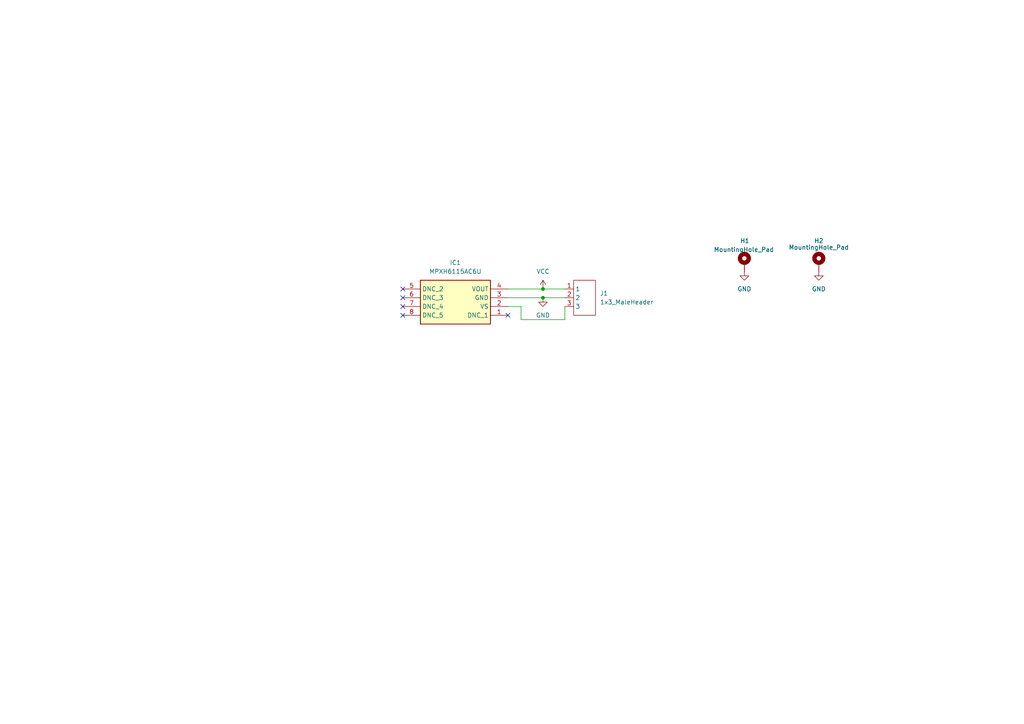
<source format=kicad_sch>
(kicad_sch (version 20230121) (generator eeschema)
  (paper "A4")
  (lib_symbols
    (symbol "MasterThesis_library:1x3_MaleHeader"
      (property "Reference" "J" (at 2.54 3.81 0))
      (property "Value" "1x3_MaleHeader" (at 6.35 -8.89 0))
      (symbol "1x3_MaleHeader_0_1"
        (rectangle (start 2.54 2.54) (end 8.89 -7.62))
      )
      (symbol "1x3_MaleHeader_1_1"
        (pin bidirectional line (at 0 0 0) (length 2.54) (name "1") (number "1"))
        (pin bidirectional line (at 0 -2.54 0) (length 2.54) (name "2") (number "2"))
        (pin bidirectional line (at 0 -5.08 0) (length 2.54) (name "3") (number "3"))
      )
    )
    (symbol "MasterThesis_library:MPXH6115AC6U"
      (property "Reference" "IC" (at 7.62 7.62 0))
      (property "Value" "MPXH6115AC6U" (at 7.62 5.08 0))
      (symbol "MPXH6115AC6U_1_1"
        (rectangle (start 5.08 2.54) (end 25.4 -10.16) (stroke (width 0.254)) (fill (type background)))
        (pin passive line (at 30.48 -7.62 180) (length 5.08) (name "DNC_1") (number "1"))
        (pin passive line (at 30.48 -5.08 180) (length 5.08) (name "VS") (number "2"))
        (pin passive line (at 30.48 -2.54 180) (length 5.08) (name "GND") (number "3"))
        (pin passive line (at 30.48 0 180) (length 5.08) (name "VOUT") (number "4"))
        (pin passive line (at 0 0 0) (length 5.08) (name "DNC_2") (number "5"))
        (pin passive line (at 0 -2.54 0) (length 5.08) (name "DNC_3") (number "6"))
        (pin passive line (at 0 -5.08 0) (length 5.08) (name "DNC_4") (number "7"))
        (pin passive line (at 0 -7.62 0) (length 5.08) (name "DNC_5") (number "8"))
      )
    )
    (symbol "Mechanical:MountingHole_Pad" (pin_numbers hide) (pin_names (offset 1.016) hide)
      (property "Reference" "H" (at 0 6.35 0))
      (property "Value" "MountingHole_Pad" (at 0 4.445 0))
      (symbol "MountingHole_Pad_0_1"
        (circle (center 0 1.27) (radius 1.27) (stroke (width 1.27)))
      )
      (symbol "MountingHole_Pad_1_1"
        (pin input line (at 0 -2.54 90) (length 2.54) (name "1") (number "1"))
      )
    )
    (symbol "power:GND" (power) (pin_names (offset 0))
      (property "Value" "GND" (at 0 -3.81 0))
      (symbol "GND_0_1"
        (polyline (pts (xy 0 0) (xy 0 -1.27) (xy 1.27 -1.27) (xy 0 -2.54) (xy -1.27 -1.27) (xy 0 -1.27)))
      )
      (symbol "GND_1_1"
        (pin power_in line (at 0 0 270) (length 0) hide (name "GND") (number "1"))
      )
    )
    (symbol "power:VCC" (power) (pin_names (offset 0))
      (property "Value" "VCC" (at 0 3.81 0))
      (symbol "VCC_0_1"
        (polyline (pts (xy -0.762 1.27) (xy 0 2.54)))
        (polyline (pts (xy 0 0) (xy 0 2.54)))
        (polyline (pts (xy 0 2.54) (xy 0.762 1.27)))
      )
      (symbol "VCC_1_1"
        (pin power_in line (at 0 0 90) (length 0) hide (name "VCC") (number "1"))
      )
    )
  )
  (junction (at 157.48 83.82))
  (junction (at 157.48 86.36))
  (no_connect (at 116.84 88.9))
  (no_connect (at 116.84 86.36))
  (no_connect (at 116.84 83.82))
  (no_connect (at 147.32 91.44))
  (no_connect (at 116.84 91.44))
  (wire (pts (xy 157.48 86.36) (xy 147.32 86.36)))
  (wire (pts (xy 163.83 92.71) (xy 163.83 88.9)))
  (wire (pts (xy 157.48 83.82) (xy 147.32 83.82)))
  (wire (pts (xy 163.83 83.82) (xy 157.48 83.82)))
  (wire (pts (xy 151.13 92.71) (xy 151.13 88.9)))
  (wire (pts (xy 151.13 88.9) (xy 147.32 88.9)))
  (wire (pts (xy 163.83 92.71) (xy 151.13 92.71)))
  (wire (pts (xy 163.83 86.36) (xy 157.48 86.36)))
  (symbol (lib_id "power:GND") (at 215.9 78.74 0) (unit 1)
    (property "Reference" "#PWR03" (effects hide))
    (property "Value" "GND" (at 215.9 83.82 0))
  )
  (symbol (lib_id "MasterThesis_library:1x3_MaleHeader") (at 163.83 83.82 0) (unit 1)
    (property "Reference" "J1" (at 173.99 85.09 0) (effects (justify left)))
    (property "Value" "1x3_MaleHeader" (at 173.99 87.63 0) (effects (justify left)))
    (property "Footprint" "MasterThesis_library:1x3_MaleHeader" (effects hide))
  )
  (symbol (lib_id "power:GND") (at 157.48 86.36 0) (unit 1)
    (property "Reference" "#PWR02" (effects hide))
    (property "Value" "GND" (at 157.48 91.44 0))
  )
  (symbol (lib_id "power:VCC") (at 157.48 83.82 0) (unit 1)
    (property "Reference" "#PWR01" (effects hide))
    (property "Value" "VCC" (at 157.48 78.74 0))
  )
  (symbol (lib_id "Mechanical:MountingHole_Pad") (at 215.9 76.2 0) (unit 1)
    (property "Reference" "H1" (at 214.63 69.85 0) (effects (justify left)))
    (property "Value" "MountingHole_Pad" (at 207.01 72.39 0) (effects (justify left)))
    (property "Footprint" "MountingHole:MountingHole_2.2mm_M2_DIN965_Pad" (effects hide))
  )
  (symbol (lib_id "MasterThesis_library:MPXH6115AC6U") (at 116.84 83.82 0) (unit 1)
    (property "Reference" "IC1" (at 132.08 76.2 0))
    (property "Value" "MPXH6115AC6U" (at 132.08 78.74 0))
    (property "Footprint" "MasterThesis_library:MPXH6115AC6U" (effects hide))
    (property "Datasheet" "http://www.nxp.com/docs/en/data-sheet/MPXA6115A.pdf" (effects hide))
    (property "Height" "9.906" (effects hide))
    (property "Manufacturer_Name" "NXP" (effects hide))
    (property "Manufacturer_Part_Number" "MPXH6115AC6U" (effects hide))
    (property "Arrow Part Number" "MPXH6115AC6U" (effects hide))
    (property "Arrow Price/Stock" "https://www.arrow.com/en/products/mpxh6115ac6u/nxp-semiconductors?region=nac" (effects hide))
  )
  (symbol (lib_id "Mechanical:MountingHole_Pad") (at 237.49 76.2 0) (unit 1)
    (property "Reference" "H2" (at 237.49 69.85 0))
    (property "Value" "MountingHole_Pad" (at 237.49 71.755 0))
    (property "Footprint" "MountingHole:MountingHole_2.2mm_M2_DIN965_Pad" (effects hide))
  )
  (symbol (lib_id "power:GND") (at 237.49 78.74 0) (unit 1)
    (property "Reference" "#PWR04" (effects hide))
    (property "Value" "GND" (at 237.49 83.82 0))
  )
)
</source>
